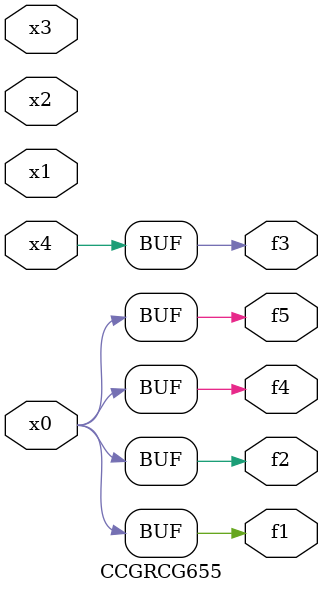
<source format=v>
module CCGRCG655(
	input x0, x1, x2, x3, x4,
	output f1, f2, f3, f4, f5
);
	assign f1 = x0;
	assign f2 = x0;
	assign f3 = x4;
	assign f4 = x0;
	assign f5 = x0;
endmodule

</source>
